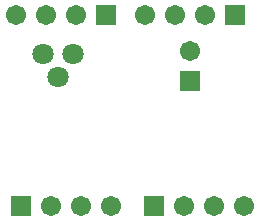
<source format=gbs>
G04 Layer_Color=16711935*
%FSLAX25Y25*%
%MOIN*%
G70*
G01*
G75*
%ADD25C,0.07099*%
%ADD26C,0.06706*%
%ADD27R,0.06706X0.06706*%
%ADD28R,0.06706X0.06706*%
D25*
X391000Y174500D02*
D03*
X396000Y167000D02*
D03*
X401000Y174500D02*
D03*
D26*
X440000Y175500D02*
D03*
X458000Y124000D02*
D03*
X448000D02*
D03*
X438000D02*
D03*
X382000Y187500D02*
D03*
X392000D02*
D03*
X402000D02*
D03*
X413500Y124000D02*
D03*
X403500D02*
D03*
X393500D02*
D03*
X425000Y187500D02*
D03*
X435000D02*
D03*
X445000D02*
D03*
D27*
X440000Y165500D02*
D03*
D28*
X428000Y124000D02*
D03*
X412000Y187500D02*
D03*
X383500Y124000D02*
D03*
X455000Y187500D02*
D03*
M02*

</source>
